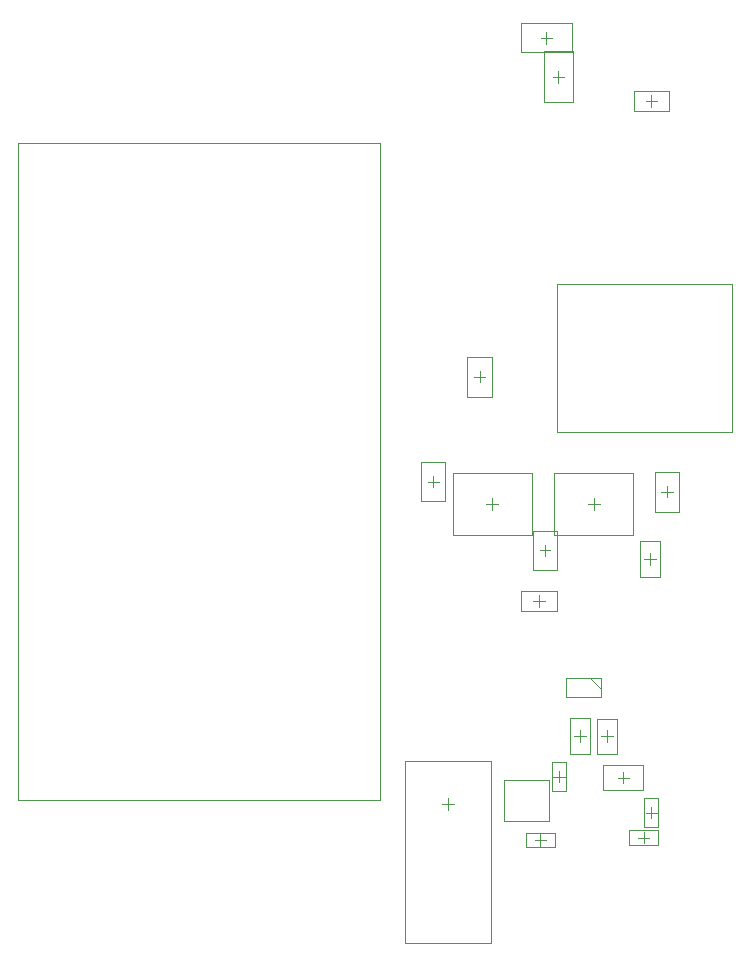
<source format=gbr>
%TF.GenerationSoftware,Altium Limited,Altium Designer,24.2.2 (26)*%
G04 Layer_Color=32768*
%FSLAX45Y45*%
%MOMM*%
%TF.SameCoordinates,979FBE80-878B-4EC3-91C7-7055811A0E5A*%
%TF.FilePolarity,Positive*%
%TF.FileFunction,Other,Mechanical_15*%
%TF.Part,Single*%
G01*
G75*
%TA.AperFunction,NonConductor*%
%ADD83C,0.10000*%
%ADD84C,0.05000*%
D83*
X16759720Y5654040D02*
X16859720D01*
X16809720Y5604040D02*
Y5704040D01*
X15794479Y6731000D02*
X15889481D01*
X15841980Y6683500D02*
Y6778500D01*
X17058640Y3287520D02*
Y3382520D01*
X17011140Y3335020D02*
X17106140D01*
X15525281Y3111500D02*
X15625281D01*
X15575281Y3061500D02*
Y3161500D01*
X16773360Y4178220D02*
X16868359Y4083220D01*
X16578360Y4178220D02*
X16868359D01*
X16578360Y4015820D02*
Y4178220D01*
Y4015820D02*
X16868359D01*
Y4178220D01*
X16395700Y5216540D02*
Y5306540D01*
X16350700Y5261540D02*
X16440700D01*
X15948660Y5601500D02*
Y5701500D01*
X15898660Y5651500D02*
X15998660D01*
X15450819Y5797000D02*
Y5887000D01*
X15405820Y5842000D02*
X15495821D01*
X17381979Y5757020D02*
X17476981D01*
X17429480Y5709520D02*
Y5804520D01*
X16510001Y9221000D02*
Y9321000D01*
X16460001Y9271000D02*
X16560001D01*
X16358400Y9601200D02*
X16458400D01*
X16408400Y9551200D02*
Y9651200D01*
D84*
X14998300Y3144920D02*
Y8706720D01*
X11935860D02*
X14998300D01*
X11935860Y3144920D02*
Y8706720D01*
Y3144920D02*
X14998300D01*
X17144720Y5394040D02*
Y5914040D01*
X16474719Y5394040D02*
Y5914040D01*
Y5394040D02*
X17144720D01*
X16474719Y5914040D02*
X17144720D01*
X16610420Y3540620D02*
X16780420D01*
X16610420Y3840620D02*
X16780420D01*
X16695419Y3640620D02*
Y3740620D01*
X16645419Y3690620D02*
X16745419D01*
X16780420Y3540620D02*
Y3840620D01*
X16610420Y3540620D02*
Y3840620D01*
X16833940Y3836980D02*
X17003940D01*
X16833940Y3536980D02*
X17003940D01*
X16918941Y3636980D02*
Y3736980D01*
X16868941Y3686980D02*
X16968941D01*
X16833940Y3536980D02*
Y3836980D01*
X17003940Y3536980D02*
Y3836980D01*
X15736980Y6561000D02*
Y6901000D01*
X15946980Y6561000D02*
Y6901000D01*
X15736980Y6561000D02*
X15946980D01*
X15736980Y6901000D02*
X15946980D01*
X16048219Y2966980D02*
X16428220D01*
X16048219D02*
Y3316980D01*
X16428220D01*
Y2966980D02*
Y3316980D01*
X17231360Y2782060D02*
Y2877060D01*
X17183859Y2829560D02*
X17278860D01*
X17111360Y2769560D02*
X17351360D01*
X17111360Y2889560D02*
X17351360D01*
Y2769560D02*
Y2889560D01*
X17111360Y2769560D02*
Y2889560D01*
X17976620Y6263480D02*
Y7513480D01*
X16496620D02*
X17976620D01*
X16496620Y6263480D02*
Y7513480D01*
Y6263480D02*
X17976620D01*
X16467580Y3345180D02*
X16562579D01*
X16515080Y3297680D02*
Y3392680D01*
X16575079Y3225180D02*
Y3465180D01*
X16455080Y3225180D02*
Y3465180D01*
X16575079D01*
X16455080Y3225180D02*
X16575079D01*
X17249899Y3040380D02*
X17344901D01*
X17297400Y2992880D02*
Y3087880D01*
X17357401Y2920380D02*
Y3160380D01*
X17237399Y2920380D02*
Y3160380D01*
X17357401D01*
X17237399Y2920380D02*
X17357401D01*
X16888640Y3440020D02*
X17228641D01*
X16888640Y3230020D02*
X17228641D01*
X16888640D02*
Y3440020D01*
X17228641Y3230020D02*
Y3440020D01*
X16357600Y2761740D02*
Y2856740D01*
X16310100Y2809240D02*
X16405099D01*
X16237601Y2869240D02*
X16477600D01*
X16237601Y2749240D02*
X16477600D01*
X16237601D02*
Y2869240D01*
X16477600Y2749240D02*
Y2869240D01*
X15208780Y1939000D02*
Y3478000D01*
Y1939000D02*
X15941780D01*
X15208780Y3478000D02*
X15941780D01*
Y1939000D02*
Y3478000D01*
X16295700Y5096540D02*
X16495700D01*
X16295700Y5426540D02*
X16495700D01*
X16295700Y5096540D02*
Y5426540D01*
X16495700Y5096540D02*
Y5426540D01*
X16197440Y4743540D02*
Y4913540D01*
X16497440Y4743540D02*
Y4913540D01*
X16297440Y4828540D02*
X16397440D01*
X16347440Y4778540D02*
Y4878540D01*
X16197440Y4743540D02*
X16497440D01*
X16197440Y4913540D02*
X16497440D01*
X15613660Y5391500D02*
X16283659D01*
X15613660Y5911500D02*
X16283659D01*
Y5391500D02*
Y5911500D01*
X15613660Y5391500D02*
Y5911500D01*
X15350819Y5677000D02*
X15550819D01*
X15350819Y6007000D02*
X15550819D01*
X15350819Y5677000D02*
Y6007000D01*
X15550819Y5677000D02*
Y6007000D01*
X17324480Y5587020D02*
Y5927020D01*
X17534480Y5587020D02*
Y5927020D01*
X17324480Y5587020D02*
X17534480D01*
X17324480Y5927020D02*
X17534480D01*
X17199699Y5336680D02*
X17369701D01*
X17199699Y5036680D02*
X17369701D01*
X17284700Y5136680D02*
Y5236680D01*
X17234700Y5186680D02*
X17334700D01*
X17199699Y5036680D02*
Y5336680D01*
X17369701Y5036680D02*
Y5336680D01*
X16385001Y9486000D02*
X16635001D01*
X16385001Y9056000D02*
X16635001D01*
Y9486000D01*
X16385001Y9056000D02*
Y9486000D01*
X17447400Y8982800D02*
Y9152800D01*
X17147400Y8982800D02*
Y9152800D01*
X17247400Y9067800D02*
X17347400D01*
X17297400Y9017800D02*
Y9117800D01*
X17147400Y9152800D02*
X17447400D01*
X17147400Y8982800D02*
X17447400D01*
X16193401Y9476200D02*
Y9726200D01*
X16623399Y9476200D02*
Y9726200D01*
X16193401D02*
X16623399D01*
X16193401Y9476200D02*
X16623399D01*
%TF.MD5,818a1fa5dce2908d5c7fbda219a64d26*%
M02*

</source>
